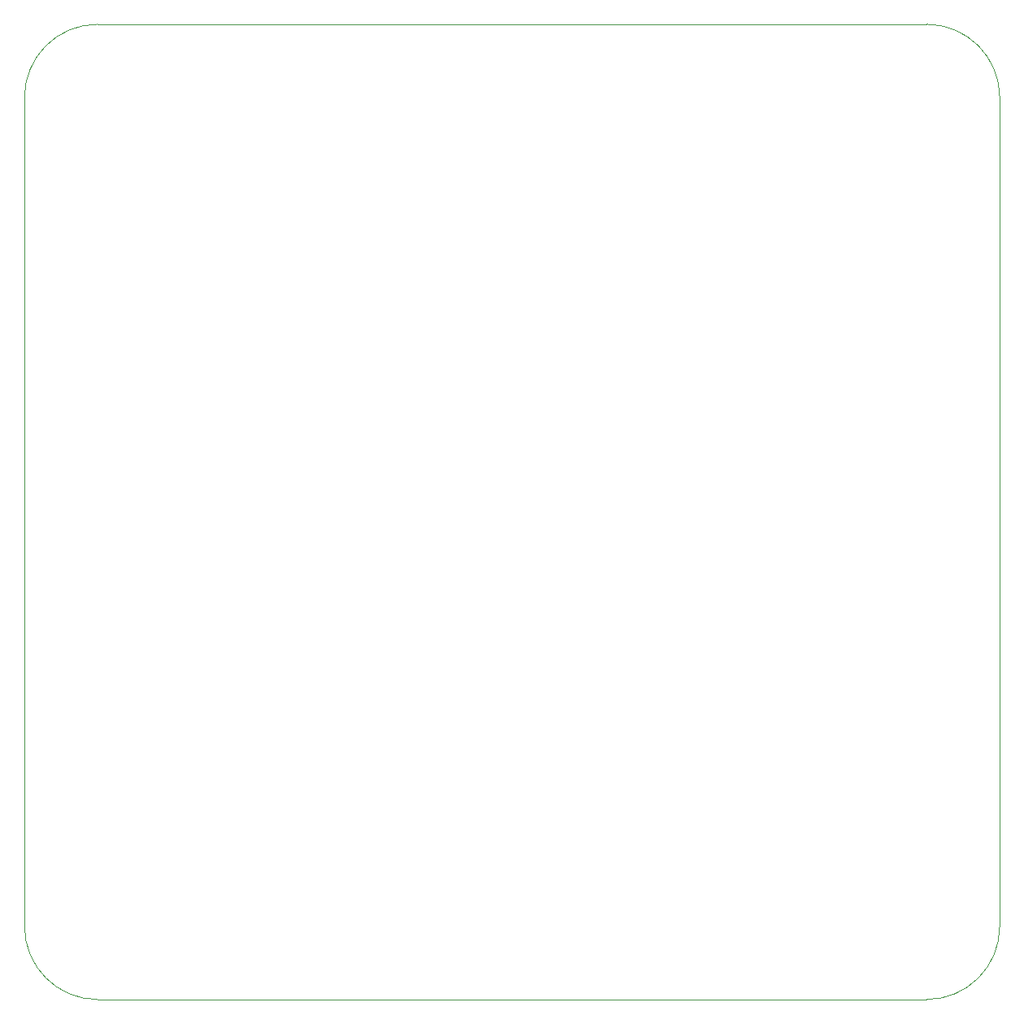
<source format=gbr>
%TF.GenerationSoftware,Altium Limited,Altium Designer,23.9.2 (47)*%
G04 Layer_Color=0*
%FSLAX45Y45*%
%MOMM*%
%TF.SameCoordinates,7948667A-0A08-4D1F-937F-A070B7442551*%
%TF.FilePolarity,Positive*%
%TF.FileFunction,Profile,NP*%
%TF.Part,Single*%
G01*
G75*
%TA.AperFunction,Profile*%
%ADD11C,0.02540*%
D11*
X-4318000Y-5080000D02*
G02*
X-5080000Y-4318000I0J762000D01*
G01*
Y4318000D01*
D02*
G02*
X-4318000Y5080000I762000J0D01*
G01*
X4318000D01*
D02*
G02*
X5080000Y4318000I0J-762000D01*
G01*
Y-4318000D01*
D02*
G02*
X4318000Y-5080000I-762000J0D01*
G01*
X-4318000D01*
%TF.MD5,53459783f0e854ebc22c0ebf6f82d09f*%
M02*

</source>
